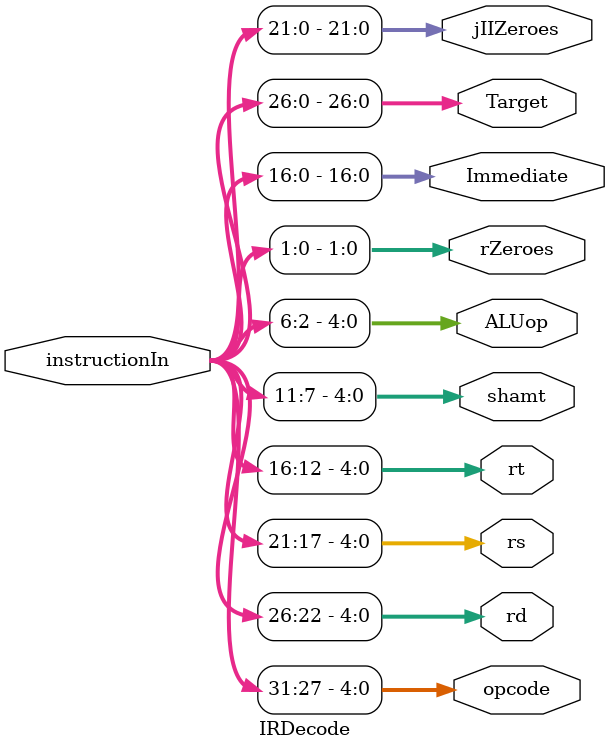
<source format=v>
module IRDecode(instructionIn, opcode, rd, rs, rt, shamt, ALUop, rZeroes, Immediate, Target, jIIZeroes);
    input[31:0] instructionIn;
    output[4:0] opcode, rd, rs, rt, shamt, ALUop;
    output[1:0] rZeroes;
    output[16:0] Immediate;
    output[26:0] Target;
    output[21:0] jIIZeroes;

    assign opcode = instructionIn[31:27];
    assign rd = instructionIn[26:22];
    assign rs = instructionIn[21:17];
    assign rt = instructionIn[16:12];
    assign shamt = instructionIn[11:7];
    assign ALUop = instructionIn[6:2];
    assign rZeroes = instructionIn[1:0];

    assign Immediate = instructionIn[16:0];

    assign Target = instructionIn[26:0];

    assign jIIZeroes = instructionIn[21:0];

    

endmodule
</source>
